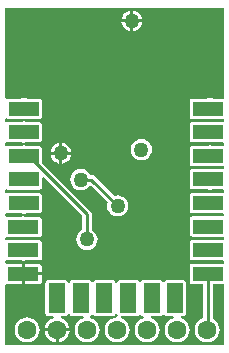
<source format=gbl>
G04 Layer_Physical_Order=2*
G04 Layer_Color=16711680*
%FSLAX25Y25*%
%MOIN*%
G70*
G01*
G75*
%ADD15C,0.01000*%
%ADD16C,0.06299*%
%ADD17C,0.05000*%
%ADD18R,0.10236X0.04724*%
%ADD19R,0.05500X0.10000*%
G36*
X517717Y306609D02*
X517502Y306433D01*
X514072D01*
X514004Y306461D01*
X513091Y306581D01*
X512177Y306461D01*
X512109Y306433D01*
X507266D01*
X506876Y306355D01*
X506545Y306134D01*
X506324Y305804D01*
X506247Y305413D01*
Y300689D01*
X506324Y300299D01*
X506545Y299968D01*
X506876Y299747D01*
X507266Y299669D01*
X512109D01*
X512177Y299641D01*
X513091Y299521D01*
X514004Y299641D01*
X514072Y299669D01*
X517502D01*
X517717Y299494D01*
Y298809D01*
X517502Y298633D01*
X507266D01*
X506876Y298555D01*
X506545Y298334D01*
X506324Y298004D01*
X506247Y297613D01*
Y292889D01*
X506324Y292499D01*
X506545Y292168D01*
X506876Y291947D01*
X507266Y291869D01*
X517502D01*
X517717Y291694D01*
Y290909D01*
X517502Y290733D01*
X513853D01*
X513091Y290833D01*
X512328Y290733D01*
X507266D01*
X506876Y290655D01*
X506545Y290434D01*
X506324Y290104D01*
X506247Y289713D01*
Y284989D01*
X506324Y284599D01*
X506545Y284268D01*
X506876Y284047D01*
X507266Y283969D01*
X511993D01*
X512177Y283893D01*
X513091Y283773D01*
X514004Y283893D01*
X514188Y283969D01*
X517502D01*
X517717Y283794D01*
Y283109D01*
X517502Y282933D01*
X514048D01*
X513981Y282961D01*
X513067Y283081D01*
X512153Y282961D01*
X512085Y282933D01*
X507266D01*
X506876Y282855D01*
X506545Y282634D01*
X506324Y282304D01*
X506247Y281913D01*
Y277189D01*
X506324Y276799D01*
X506545Y276468D01*
X506876Y276247D01*
X507266Y276169D01*
X512085D01*
X512153Y276141D01*
X513067Y276021D01*
X513981Y276141D01*
X514048Y276169D01*
X517502D01*
X517717Y275994D01*
Y275109D01*
X517502Y274933D01*
X507266D01*
X506876Y274855D01*
X506545Y274634D01*
X506324Y274304D01*
X506247Y273913D01*
Y269189D01*
X506324Y268799D01*
X506545Y268468D01*
X506876Y268247D01*
X507266Y268169D01*
X517502D01*
X517717Y267994D01*
Y267309D01*
X517502Y267133D01*
X507266D01*
X506876Y267055D01*
X506545Y266834D01*
X506324Y266504D01*
X506247Y266113D01*
Y261389D01*
X506324Y260999D01*
X506545Y260668D01*
X506876Y260447D01*
X507266Y260369D01*
X517502D01*
X517717Y260194D01*
Y259509D01*
X517502Y259333D01*
X507266D01*
X506876Y259255D01*
X506545Y259034D01*
X506324Y258704D01*
X506247Y258313D01*
Y253589D01*
X506324Y253199D01*
X506545Y252868D01*
X506876Y252647D01*
X507266Y252569D01*
X517502D01*
X517717Y252394D01*
Y251609D01*
X517502Y251433D01*
X507266D01*
X506876Y251355D01*
X506545Y251134D01*
X506324Y250804D01*
X506247Y250413D01*
Y245689D01*
X506324Y245299D01*
X506545Y244968D01*
X506876Y244747D01*
X507266Y244669D01*
X510855D01*
Y233296D01*
X510033Y232955D01*
X509166Y232290D01*
X508501Y231423D01*
X508083Y230414D01*
X507941Y229331D01*
X508083Y228247D01*
X508501Y227238D01*
X509166Y226371D01*
X510033Y225706D01*
X511043Y225288D01*
X512126Y225145D01*
X513209Y225288D01*
X514219Y225706D01*
X515086Y226371D01*
X515751Y227238D01*
X516169Y228247D01*
X516311Y229331D01*
X516169Y230414D01*
X515751Y231423D01*
X515086Y232290D01*
X514219Y232955D01*
X513914Y233082D01*
Y244669D01*
X517502D01*
X517717Y244494D01*
Y224410D01*
X444882D01*
Y244376D01*
X445376Y244647D01*
X445766Y244569D01*
X450384D01*
Y247951D01*
Y251333D01*
X445766D01*
X445376Y251255D01*
X444882Y251527D01*
Y252276D01*
X445376Y252547D01*
X445766Y252469D01*
X449903D01*
X449971Y252441D01*
X450884Y252321D01*
X451798Y252441D01*
X451866Y252469D01*
X456002D01*
X456392Y252547D01*
X456723Y252768D01*
X456944Y253099D01*
X457022Y253489D01*
Y258213D01*
X456944Y258604D01*
X456723Y258934D01*
X456392Y259155D01*
X456002Y259233D01*
X451866D01*
X451798Y259261D01*
X450884Y259381D01*
X449971Y259261D01*
X449903Y259233D01*
X445766D01*
X445376Y259155D01*
X444882Y259427D01*
Y260076D01*
X445376Y260347D01*
X445766Y260269D01*
X449903D01*
X449971Y260241D01*
X450884Y260121D01*
X451798Y260241D01*
X451866Y260269D01*
X456002D01*
X456392Y260347D01*
X456723Y260568D01*
X456944Y260899D01*
X457022Y261289D01*
Y266013D01*
X456944Y266404D01*
X456723Y266734D01*
X456392Y266955D01*
X456002Y267033D01*
X451866D01*
X451798Y267061D01*
X450884Y267181D01*
X449971Y267061D01*
X449903Y267033D01*
X445766D01*
X445376Y266955D01*
X444882Y267227D01*
Y268043D01*
X445382Y268310D01*
X445476Y268247D01*
X445866Y268169D01*
X450003D01*
X450071Y268141D01*
X450984Y268021D01*
X451898Y268141D01*
X451966Y268169D01*
X456102D01*
X456493Y268247D01*
X456823Y268468D01*
X457044Y268799D01*
X457122Y269189D01*
Y273913D01*
X457044Y274304D01*
X456823Y274634D01*
X456493Y274855D01*
X456102Y274933D01*
X451966D01*
X451898Y274961D01*
X450984Y275081D01*
X450071Y274961D01*
X450003Y274933D01*
X445866D01*
X445476Y274855D01*
X445382Y274793D01*
X444882Y275060D01*
Y275943D01*
X445382Y276210D01*
X445476Y276147D01*
X445866Y276069D01*
X450003D01*
X450071Y276041D01*
X450984Y275921D01*
X451898Y276041D01*
X451966Y276069D01*
X456102D01*
X456493Y276147D01*
X456823Y276368D01*
X457044Y276699D01*
X457122Y277089D01*
Y280099D01*
X457584Y280290D01*
X470518Y267356D01*
Y262604D01*
X470282Y262506D01*
X469551Y261945D01*
X468990Y261214D01*
X468637Y260363D01*
X468517Y259449D01*
X468637Y258535D01*
X468990Y257684D01*
X469551Y256953D01*
X470282Y256392D01*
X471134Y256039D01*
X472047Y255919D01*
X472961Y256039D01*
X473812Y256392D01*
X474544Y256953D01*
X475105Y257684D01*
X475457Y258535D01*
X475577Y259449D01*
X475457Y260363D01*
X475105Y261214D01*
X474544Y261945D01*
X473812Y262506D01*
X473577Y262604D01*
Y267990D01*
X473460Y268575D01*
X473129Y269071D01*
X457122Y285078D01*
Y289613D01*
X457044Y290004D01*
X456823Y290334D01*
X456493Y290555D01*
X456102Y290633D01*
X451966D01*
X451898Y290661D01*
X450984Y290781D01*
X450071Y290661D01*
X450003Y290633D01*
X445866D01*
X445476Y290555D01*
X445382Y290493D01*
X444882Y290760D01*
Y291743D01*
X445382Y292010D01*
X445476Y291947D01*
X445866Y291869D01*
X449978D01*
X450046Y291841D01*
X450960Y291721D01*
X451873Y291841D01*
X451941Y291869D01*
X456102D01*
X456493Y291947D01*
X456823Y292168D01*
X457044Y292499D01*
X457122Y292889D01*
Y297613D01*
X457044Y298004D01*
X456823Y298334D01*
X456493Y298555D01*
X456102Y298633D01*
X451941D01*
X451873Y298661D01*
X450960Y298781D01*
X450046Y298661D01*
X449978Y298633D01*
X445866D01*
X445476Y298555D01*
X445382Y298493D01*
X444882Y298760D01*
Y299543D01*
X445382Y299810D01*
X445476Y299747D01*
X445866Y299669D01*
X450003D01*
X450071Y299641D01*
X450984Y299521D01*
X451898Y299641D01*
X451966Y299669D01*
X456102D01*
X456493Y299747D01*
X456823Y299968D01*
X457044Y300299D01*
X457122Y300689D01*
Y305413D01*
X457044Y305804D01*
X456823Y306134D01*
X456493Y306355D01*
X456102Y306433D01*
X451966D01*
X451898Y306461D01*
X450984Y306581D01*
X450071Y306461D01*
X450003Y306433D01*
X445866D01*
X445476Y306355D01*
X445382Y306293D01*
X444882Y306560D01*
Y336614D01*
X517717D01*
Y306609D01*
D02*
G37*
%LPC*%
G36*
X456002Y251333D02*
X451384D01*
Y248451D01*
X457022D01*
Y250313D01*
X456944Y250704D01*
X456723Y251034D01*
X456392Y251255D01*
X456002Y251333D01*
D02*
G37*
G36*
X504134Y245871D02*
X498634D01*
X498244Y245793D01*
X497913Y245572D01*
X497762Y245346D01*
X497571Y245305D01*
X497397D01*
X497206Y245346D01*
X497055Y245572D01*
X496724Y245793D01*
X496334Y245871D01*
X490834D01*
X490444Y245793D01*
X490113Y245572D01*
X489962Y245346D01*
X489771Y245305D01*
X489597D01*
X489406Y245346D01*
X489255Y245572D01*
X488924Y245793D01*
X488534Y245871D01*
X483034D01*
X482644Y245793D01*
X482313Y245572D01*
X482092Y245241D01*
X482039Y244974D01*
X481529D01*
X481476Y245241D01*
X481255Y245572D01*
X480924Y245793D01*
X480534Y245871D01*
X475034D01*
X474644Y245793D01*
X474313Y245572D01*
X474162Y245346D01*
X473971Y245305D01*
X473797D01*
X473606Y245346D01*
X473455Y245572D01*
X473124Y245793D01*
X472734Y245871D01*
X467234D01*
X466844Y245793D01*
X466513Y245572D01*
X466292Y245241D01*
X466239Y244974D01*
X465729D01*
X465676Y245241D01*
X465455Y245572D01*
X465124Y245793D01*
X464734Y245871D01*
X459234D01*
X458844Y245793D01*
X458513Y245572D01*
X458292Y245241D01*
X458215Y244851D01*
Y234851D01*
X458292Y234461D01*
X458513Y234130D01*
X458844Y233909D01*
X459234Y233832D01*
X460842D01*
X460942Y233332D01*
X460033Y232955D01*
X459166Y232290D01*
X458501Y231423D01*
X458083Y230414D01*
X458006Y229831D01*
X466246D01*
X466169Y230414D01*
X465751Y231423D01*
X465086Y232290D01*
X464219Y232955D01*
X463310Y233332D01*
X463410Y233832D01*
X464734D01*
X465124Y233909D01*
X465455Y234130D01*
X465676Y234461D01*
X465729Y234728D01*
X466239D01*
X466292Y234461D01*
X466513Y234130D01*
X466844Y233909D01*
X467234Y233832D01*
X470842D01*
X470941Y233332D01*
X470033Y232955D01*
X469167Y232290D01*
X468501Y231423D01*
X468083Y230414D01*
X467941Y229331D01*
X468083Y228247D01*
X468501Y227238D01*
X469167Y226371D01*
X470033Y225706D01*
X471043Y225288D01*
X472126Y225145D01*
X473209Y225288D01*
X474219Y225706D01*
X475085Y226371D01*
X475751Y227238D01*
X476169Y228247D01*
X476311Y229331D01*
X476169Y230414D01*
X475751Y231423D01*
X475085Y232290D01*
X474219Y232955D01*
X473209Y233373D01*
X473080Y233390D01*
X473063Y233897D01*
X473124Y233909D01*
X473455Y234130D01*
X473606Y234357D01*
X473797Y234398D01*
X473971D01*
X474162Y234357D01*
X474313Y234130D01*
X474644Y233909D01*
X475034Y233832D01*
X480534D01*
X480924Y233909D01*
X481255Y234130D01*
X481476Y234461D01*
X481529Y234728D01*
X482039D01*
X482092Y234461D01*
X482313Y234130D01*
X482209Y233599D01*
X482126Y233516D01*
X481043Y233373D01*
X480033Y232955D01*
X479166Y232290D01*
X478501Y231423D01*
X478083Y230414D01*
X477941Y229331D01*
X478083Y228247D01*
X478501Y227238D01*
X479166Y226371D01*
X480033Y225706D01*
X481043Y225288D01*
X482126Y225145D01*
X483209Y225288D01*
X484219Y225706D01*
X485085Y226371D01*
X485751Y227238D01*
X486169Y228247D01*
X486311Y229331D01*
X486169Y230414D01*
X485751Y231423D01*
X485085Y232290D01*
X484219Y232955D01*
X483311Y233332D01*
X483410Y233832D01*
X488534D01*
X488924Y233909D01*
X489255Y234130D01*
X489406Y234357D01*
X489597Y234398D01*
X489771D01*
X489962Y234357D01*
X490113Y234130D01*
X490444Y233909D01*
X490834Y233832D01*
X490842D01*
X490941Y233332D01*
X490033Y232955D01*
X489166Y232290D01*
X488501Y231423D01*
X488083Y230414D01*
X487941Y229331D01*
X488083Y228247D01*
X488501Y227238D01*
X489166Y226371D01*
X490033Y225706D01*
X491043Y225288D01*
X492126Y225145D01*
X493209Y225288D01*
X494219Y225706D01*
X495085Y226371D01*
X495751Y227238D01*
X496169Y228247D01*
X496311Y229331D01*
X496169Y230414D01*
X495751Y231423D01*
X495085Y232290D01*
X494219Y232955D01*
X493310Y233332D01*
X493410Y233832D01*
X496334D01*
X496724Y233909D01*
X497055Y234130D01*
X497206Y234357D01*
X497397Y234398D01*
X497571D01*
X497762Y234357D01*
X497913Y234130D01*
X498244Y233909D01*
X498634Y233832D01*
X500842D01*
X500942Y233332D01*
X500033Y232955D01*
X499166Y232290D01*
X498501Y231423D01*
X498083Y230414D01*
X497941Y229331D01*
X498083Y228247D01*
X498501Y227238D01*
X499166Y226371D01*
X500033Y225706D01*
X501043Y225288D01*
X502126Y225145D01*
X503209Y225288D01*
X504219Y225706D01*
X505086Y226371D01*
X505751Y227238D01*
X506169Y228247D01*
X506311Y229331D01*
X506169Y230414D01*
X505751Y231423D01*
X505086Y232290D01*
X504219Y232955D01*
X503310Y233332D01*
X503410Y233832D01*
X504134D01*
X504524Y233909D01*
X504855Y234130D01*
X505076Y234461D01*
X505154Y234851D01*
Y244851D01*
X505076Y245241D01*
X504855Y245572D01*
X504524Y245793D01*
X504134Y245871D01*
D02*
G37*
G36*
X462886Y287689D02*
X459922D01*
X459976Y287275D01*
X460329Y286424D01*
X460890Y285693D01*
X461621Y285132D01*
X462472Y284779D01*
X462886Y284725D01*
Y287689D01*
D02*
G37*
G36*
X469980Y282959D02*
X469067Y282839D01*
X468215Y282486D01*
X467484Y281925D01*
X466923Y281194D01*
X466570Y280343D01*
X466450Y279429D01*
X466570Y278516D01*
X466923Y277664D01*
X467484Y276933D01*
X468215Y276372D01*
X469067Y276019D01*
X469980Y275899D01*
X470894Y276019D01*
X471745Y276372D01*
X472476Y276933D01*
X472769Y277314D01*
X473432Y277357D01*
X478971Y271819D01*
X478873Y271583D01*
X478753Y270669D01*
X478873Y269756D01*
X479226Y268904D01*
X479787Y268173D01*
X480518Y267612D01*
X481370Y267259D01*
X482283Y267139D01*
X483197Y267259D01*
X484049Y267612D01*
X484780Y268173D01*
X485341Y268904D01*
X485693Y269756D01*
X485814Y270669D01*
X485693Y271583D01*
X485341Y272434D01*
X484780Y273165D01*
X484049Y273727D01*
X483197Y274079D01*
X482283Y274200D01*
X481370Y274079D01*
X481134Y273982D01*
X474605Y280511D01*
X474109Y280842D01*
X473524Y280959D01*
X473135D01*
X473038Y281194D01*
X472476Y281925D01*
X471745Y282486D01*
X470894Y282839D01*
X469980Y282959D01*
D02*
G37*
G36*
X466246Y228831D02*
X462626D01*
Y225211D01*
X463209Y225288D01*
X464219Y225706D01*
X465086Y226371D01*
X465751Y227238D01*
X466169Y228247D01*
X466246Y228831D01*
D02*
G37*
G36*
X461626D02*
X458006D01*
X458083Y228247D01*
X458501Y227238D01*
X459166Y226371D01*
X460033Y225706D01*
X461043Y225288D01*
X461626Y225211D01*
Y228831D01*
D02*
G37*
G36*
X452126Y233516D02*
X451043Y233373D01*
X450033Y232955D01*
X449166Y232290D01*
X448501Y231423D01*
X448083Y230414D01*
X447941Y229331D01*
X448083Y228247D01*
X448501Y227238D01*
X449166Y226371D01*
X450033Y225706D01*
X451043Y225288D01*
X452126Y225145D01*
X453209Y225288D01*
X454219Y225706D01*
X455086Y226371D01*
X455751Y227238D01*
X456169Y228247D01*
X456311Y229331D01*
X456169Y230414D01*
X455751Y231423D01*
X455086Y232290D01*
X454219Y232955D01*
X453209Y233373D01*
X452126Y233516D01*
D02*
G37*
G36*
X457022Y247451D02*
X451384D01*
Y244569D01*
X456002D01*
X456392Y244647D01*
X456723Y244868D01*
X456944Y245199D01*
X457022Y245589D01*
Y247451D01*
D02*
G37*
G36*
X490472Y331784D02*
X487508D01*
Y328819D01*
X487922Y328873D01*
X488773Y329226D01*
X489504Y329787D01*
X490065Y330518D01*
X490418Y331370D01*
X490472Y331784D01*
D02*
G37*
G36*
X486508D02*
X483543D01*
X483598Y331370D01*
X483951Y330518D01*
X484512Y329787D01*
X485243Y329226D01*
X486094Y328873D01*
X486508Y328819D01*
Y331784D01*
D02*
G37*
G36*
X487508Y335748D02*
Y332784D01*
X490472D01*
X490418Y333197D01*
X490065Y334049D01*
X489504Y334780D01*
X488773Y335341D01*
X487922Y335693D01*
X487508Y335748D01*
D02*
G37*
G36*
X486508D02*
X486094Y335693D01*
X485243Y335341D01*
X484512Y334780D01*
X483951Y334049D01*
X483598Y333197D01*
X483543Y332784D01*
X486508D01*
Y335748D01*
D02*
G37*
G36*
X490158Y292900D02*
X489244Y292780D01*
X488392Y292427D01*
X487661Y291866D01*
X487100Y291135D01*
X486748Y290284D01*
X486627Y289370D01*
X486748Y288456D01*
X487100Y287605D01*
X487661Y286874D01*
X488392Y286313D01*
X489244Y285960D01*
X490158Y285840D01*
X491071Y285960D01*
X491923Y286313D01*
X492654Y286874D01*
X493215Y287605D01*
X493567Y288456D01*
X493688Y289370D01*
X493567Y290284D01*
X493215Y291135D01*
X492654Y291866D01*
X491923Y292427D01*
X491071Y292780D01*
X490158Y292900D01*
D02*
G37*
G36*
X466850Y287689D02*
X463886D01*
Y284725D01*
X464299Y284779D01*
X465151Y285132D01*
X465882Y285693D01*
X466443Y286424D01*
X466796Y287275D01*
X466850Y287689D01*
D02*
G37*
G36*
X463886Y291653D02*
Y288689D01*
X466850D01*
X466796Y289103D01*
X466443Y289954D01*
X465882Y290685D01*
X465151Y291246D01*
X464299Y291599D01*
X463886Y291653D01*
D02*
G37*
G36*
X462886D02*
X462472Y291599D01*
X461621Y291246D01*
X460890Y290685D01*
X460329Y289954D01*
X459976Y289103D01*
X459922Y288689D01*
X462886D01*
Y291653D01*
D02*
G37*
%LPD*%
D15*
X452786Y287251D02*
X472047Y267990D01*
Y259449D02*
Y267990D01*
X512126Y229331D02*
X512384Y229589D01*
Y248051D01*
X450984Y287251D02*
X452786D01*
X473524Y279429D02*
X482283Y270669D01*
X469980Y279429D02*
X473524D01*
X513091Y303051D02*
X513386D01*
X512384Y279551D02*
X513067D01*
X450960Y295251D02*
X450984D01*
D16*
X452126Y229331D02*
D03*
X462126D02*
D03*
X472126D02*
D03*
X482126D02*
D03*
X492126D02*
D03*
X502126D02*
D03*
X512126D02*
D03*
D17*
X472047Y259449D02*
D03*
X450984Y287251D02*
D03*
X487008Y332283D02*
D03*
X463386Y288189D02*
D03*
X469980Y279429D02*
D03*
X450984Y279451D02*
D03*
X482283Y270669D02*
D03*
X490158Y289370D02*
D03*
X450884Y255851D02*
D03*
Y263651D02*
D03*
X450984Y271551D02*
D03*
X513091Y303051D02*
D03*
X513067Y279551D02*
D03*
X513091Y287303D02*
D03*
X450984Y303051D02*
D03*
X450960Y295251D02*
D03*
D18*
X450984Y303051D02*
D03*
Y295251D02*
D03*
Y287251D02*
D03*
Y279451D02*
D03*
Y271551D02*
D03*
X450884Y263651D02*
D03*
Y255851D02*
D03*
X512384Y248051D02*
D03*
Y263751D02*
D03*
Y271551D02*
D03*
Y279551D02*
D03*
Y287351D02*
D03*
Y295251D02*
D03*
Y303051D02*
D03*
X450884Y247951D02*
D03*
X512384Y255951D02*
D03*
D19*
X461984Y239851D02*
D03*
X469984D02*
D03*
X477784D02*
D03*
X485784D02*
D03*
X493584D02*
D03*
X501384D02*
D03*
M02*

</source>
